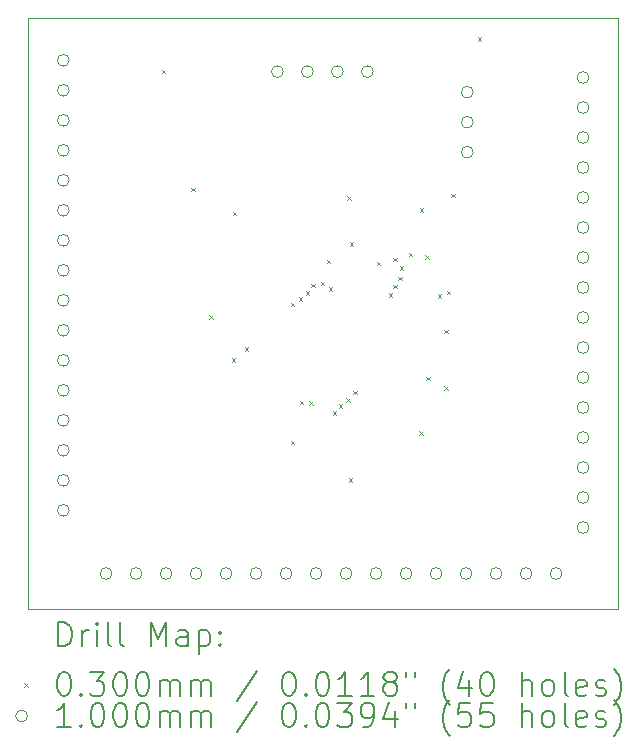
<source format=gbr>
%TF.GenerationSoftware,KiCad,Pcbnew,8.0.5*%
%TF.CreationDate,2024-11-24T11:50:24+01:00*%
%TF.ProjectId,stm32_template,73746d33-325f-4746-956d-706c6174652e,rev?*%
%TF.SameCoordinates,Original*%
%TF.FileFunction,Drillmap*%
%TF.FilePolarity,Positive*%
%FSLAX45Y45*%
G04 Gerber Fmt 4.5, Leading zero omitted, Abs format (unit mm)*
G04 Created by KiCad (PCBNEW 8.0.5) date 2024-11-24 11:50:24*
%MOMM*%
%LPD*%
G01*
G04 APERTURE LIST*
%ADD10C,0.050000*%
%ADD11C,0.200000*%
%ADD12C,0.100000*%
G04 APERTURE END LIST*
D10*
X5000000Y-5000000D02*
X10000000Y-5000000D01*
X10000000Y-10000000D01*
X5000000Y-10000000D01*
X5000000Y-5000000D01*
D11*
D12*
X6135000Y-5435000D02*
X6165000Y-5465000D01*
X6165000Y-5435000D02*
X6135000Y-5465000D01*
X6385000Y-6435000D02*
X6415000Y-6465000D01*
X6415000Y-6435000D02*
X6385000Y-6465000D01*
X6535000Y-7515000D02*
X6565000Y-7545000D01*
X6565000Y-7515000D02*
X6535000Y-7545000D01*
X6725000Y-7875000D02*
X6755000Y-7905000D01*
X6755000Y-7875000D02*
X6725000Y-7905000D01*
X6735000Y-6635000D02*
X6765000Y-6665000D01*
X6765000Y-6635000D02*
X6735000Y-6665000D01*
X6835000Y-7785000D02*
X6865000Y-7815000D01*
X6865000Y-7785000D02*
X6835000Y-7815000D01*
X7225000Y-8575000D02*
X7255000Y-8605000D01*
X7255000Y-8575000D02*
X7225000Y-8605000D01*
X7226884Y-7406676D02*
X7256884Y-7436676D01*
X7256884Y-7406676D02*
X7226884Y-7436676D01*
X7293704Y-7362686D02*
X7323704Y-7392686D01*
X7323704Y-7362686D02*
X7293704Y-7392686D01*
X7301227Y-8238653D02*
X7331227Y-8268653D01*
X7331227Y-8238653D02*
X7301227Y-8268653D01*
X7352297Y-7308216D02*
X7382297Y-7338216D01*
X7382297Y-7308216D02*
X7352297Y-7338216D01*
X7381133Y-8242543D02*
X7411133Y-8272543D01*
X7411133Y-8242543D02*
X7381133Y-8272543D01*
X7400571Y-7244423D02*
X7430571Y-7274423D01*
X7430571Y-7244423D02*
X7400571Y-7274423D01*
X7479399Y-7230776D02*
X7509399Y-7260776D01*
X7509399Y-7230776D02*
X7479399Y-7260776D01*
X7528750Y-7045000D02*
X7558750Y-7075000D01*
X7558750Y-7045000D02*
X7528750Y-7075000D01*
X7546323Y-7274607D02*
X7576323Y-7304607D01*
X7576323Y-7274607D02*
X7546323Y-7304607D01*
X7580684Y-8325785D02*
X7610684Y-8355785D01*
X7610684Y-8325785D02*
X7580684Y-8355785D01*
X7632801Y-8265090D02*
X7662801Y-8295090D01*
X7662801Y-8265090D02*
X7632801Y-8295090D01*
X7694446Y-8214100D02*
X7724446Y-8244100D01*
X7724446Y-8214100D02*
X7694446Y-8244100D01*
X7705000Y-6505000D02*
X7735000Y-6535000D01*
X7735000Y-6505000D02*
X7705000Y-6535000D01*
X7715000Y-8895000D02*
X7745000Y-8925000D01*
X7745000Y-8895000D02*
X7715000Y-8925000D01*
X7725000Y-6895000D02*
X7755000Y-6925000D01*
X7755000Y-6895000D02*
X7725000Y-6925000D01*
X7753024Y-8153371D02*
X7783024Y-8183371D01*
X7783024Y-8153371D02*
X7753024Y-8183371D01*
X7951863Y-7061863D02*
X7981863Y-7091863D01*
X7981863Y-7061863D02*
X7951863Y-7091863D01*
X8055000Y-7325000D02*
X8085000Y-7355000D01*
X8085000Y-7325000D02*
X8055000Y-7355000D01*
X8092573Y-7025000D02*
X8122573Y-7055000D01*
X8122573Y-7025000D02*
X8092573Y-7055000D01*
X8095000Y-7255000D02*
X8125000Y-7285000D01*
X8125000Y-7255000D02*
X8095000Y-7285000D01*
X8135000Y-7185718D02*
X8165000Y-7215718D01*
X8165000Y-7185718D02*
X8135000Y-7215718D01*
X8150000Y-7100000D02*
X8180000Y-7130000D01*
X8180000Y-7100000D02*
X8150000Y-7130000D01*
X8225000Y-6982426D02*
X8255000Y-7012426D01*
X8255000Y-6982426D02*
X8225000Y-7012426D01*
X8315000Y-8495000D02*
X8345000Y-8525000D01*
X8345000Y-8495000D02*
X8315000Y-8525000D01*
X8315827Y-6605000D02*
X8345827Y-6635000D01*
X8345827Y-6605000D02*
X8315827Y-6635000D01*
X8365000Y-7005000D02*
X8395000Y-7035000D01*
X8395000Y-7005000D02*
X8365000Y-7035000D01*
X8375000Y-8035000D02*
X8405000Y-8065000D01*
X8405000Y-8035000D02*
X8375000Y-8065000D01*
X8470235Y-7333464D02*
X8500235Y-7363464D01*
X8500235Y-7333464D02*
X8470235Y-7363464D01*
X8525000Y-7635000D02*
X8555000Y-7665000D01*
X8555000Y-7635000D02*
X8525000Y-7665000D01*
X8525000Y-8115000D02*
X8555000Y-8145000D01*
X8555000Y-8115000D02*
X8525000Y-8145000D01*
X8545000Y-7305000D02*
X8575000Y-7335000D01*
X8575000Y-7305000D02*
X8545000Y-7335000D01*
X8585000Y-6485000D02*
X8615000Y-6515000D01*
X8615000Y-6485000D02*
X8585000Y-6515000D01*
X8810000Y-5160000D02*
X8840000Y-5190000D01*
X8840000Y-5160000D02*
X8810000Y-5190000D01*
X5350000Y-5354316D02*
G75*
G02*
X5250000Y-5354316I-50000J0D01*
G01*
X5250000Y-5354316D02*
G75*
G02*
X5350000Y-5354316I50000J0D01*
G01*
X5350000Y-5608316D02*
G75*
G02*
X5250000Y-5608316I-50000J0D01*
G01*
X5250000Y-5608316D02*
G75*
G02*
X5350000Y-5608316I50000J0D01*
G01*
X5350000Y-5862316D02*
G75*
G02*
X5250000Y-5862316I-50000J0D01*
G01*
X5250000Y-5862316D02*
G75*
G02*
X5350000Y-5862316I50000J0D01*
G01*
X5350000Y-6116316D02*
G75*
G02*
X5250000Y-6116316I-50000J0D01*
G01*
X5250000Y-6116316D02*
G75*
G02*
X5350000Y-6116316I50000J0D01*
G01*
X5350000Y-6370316D02*
G75*
G02*
X5250000Y-6370316I-50000J0D01*
G01*
X5250000Y-6370316D02*
G75*
G02*
X5350000Y-6370316I50000J0D01*
G01*
X5350000Y-6624316D02*
G75*
G02*
X5250000Y-6624316I-50000J0D01*
G01*
X5250000Y-6624316D02*
G75*
G02*
X5350000Y-6624316I50000J0D01*
G01*
X5350000Y-6878316D02*
G75*
G02*
X5250000Y-6878316I-50000J0D01*
G01*
X5250000Y-6878316D02*
G75*
G02*
X5350000Y-6878316I50000J0D01*
G01*
X5350000Y-7132316D02*
G75*
G02*
X5250000Y-7132316I-50000J0D01*
G01*
X5250000Y-7132316D02*
G75*
G02*
X5350000Y-7132316I50000J0D01*
G01*
X5350000Y-7386316D02*
G75*
G02*
X5250000Y-7386316I-50000J0D01*
G01*
X5250000Y-7386316D02*
G75*
G02*
X5350000Y-7386316I50000J0D01*
G01*
X5350000Y-7640316D02*
G75*
G02*
X5250000Y-7640316I-50000J0D01*
G01*
X5250000Y-7640316D02*
G75*
G02*
X5350000Y-7640316I50000J0D01*
G01*
X5350000Y-7894316D02*
G75*
G02*
X5250000Y-7894316I-50000J0D01*
G01*
X5250000Y-7894316D02*
G75*
G02*
X5350000Y-7894316I50000J0D01*
G01*
X5350000Y-8148316D02*
G75*
G02*
X5250000Y-8148316I-50000J0D01*
G01*
X5250000Y-8148316D02*
G75*
G02*
X5350000Y-8148316I50000J0D01*
G01*
X5350000Y-8402316D02*
G75*
G02*
X5250000Y-8402316I-50000J0D01*
G01*
X5250000Y-8402316D02*
G75*
G02*
X5350000Y-8402316I50000J0D01*
G01*
X5350000Y-8656316D02*
G75*
G02*
X5250000Y-8656316I-50000J0D01*
G01*
X5250000Y-8656316D02*
G75*
G02*
X5350000Y-8656316I50000J0D01*
G01*
X5350000Y-8910316D02*
G75*
G02*
X5250000Y-8910316I-50000J0D01*
G01*
X5250000Y-8910316D02*
G75*
G02*
X5350000Y-8910316I50000J0D01*
G01*
X5350000Y-9164316D02*
G75*
G02*
X5250000Y-9164316I-50000J0D01*
G01*
X5250000Y-9164316D02*
G75*
G02*
X5350000Y-9164316I50000J0D01*
G01*
X5712000Y-9700000D02*
G75*
G02*
X5612000Y-9700000I-50000J0D01*
G01*
X5612000Y-9700000D02*
G75*
G02*
X5712000Y-9700000I50000J0D01*
G01*
X5966000Y-9700000D02*
G75*
G02*
X5866000Y-9700000I-50000J0D01*
G01*
X5866000Y-9700000D02*
G75*
G02*
X5966000Y-9700000I50000J0D01*
G01*
X6220000Y-9700000D02*
G75*
G02*
X6120000Y-9700000I-50000J0D01*
G01*
X6120000Y-9700000D02*
G75*
G02*
X6220000Y-9700000I50000J0D01*
G01*
X6474000Y-9700000D02*
G75*
G02*
X6374000Y-9700000I-50000J0D01*
G01*
X6374000Y-9700000D02*
G75*
G02*
X6474000Y-9700000I50000J0D01*
G01*
X6728000Y-9700000D02*
G75*
G02*
X6628000Y-9700000I-50000J0D01*
G01*
X6628000Y-9700000D02*
G75*
G02*
X6728000Y-9700000I50000J0D01*
G01*
X6982000Y-9700000D02*
G75*
G02*
X6882000Y-9700000I-50000J0D01*
G01*
X6882000Y-9700000D02*
G75*
G02*
X6982000Y-9700000I50000J0D01*
G01*
X7163000Y-5450000D02*
G75*
G02*
X7063000Y-5450000I-50000J0D01*
G01*
X7063000Y-5450000D02*
G75*
G02*
X7163000Y-5450000I50000J0D01*
G01*
X7236000Y-9700000D02*
G75*
G02*
X7136000Y-9700000I-50000J0D01*
G01*
X7136000Y-9700000D02*
G75*
G02*
X7236000Y-9700000I50000J0D01*
G01*
X7417000Y-5450000D02*
G75*
G02*
X7317000Y-5450000I-50000J0D01*
G01*
X7317000Y-5450000D02*
G75*
G02*
X7417000Y-5450000I50000J0D01*
G01*
X7490000Y-9700000D02*
G75*
G02*
X7390000Y-9700000I-50000J0D01*
G01*
X7390000Y-9700000D02*
G75*
G02*
X7490000Y-9700000I50000J0D01*
G01*
X7671000Y-5450000D02*
G75*
G02*
X7571000Y-5450000I-50000J0D01*
G01*
X7571000Y-5450000D02*
G75*
G02*
X7671000Y-5450000I50000J0D01*
G01*
X7744000Y-9700000D02*
G75*
G02*
X7644000Y-9700000I-50000J0D01*
G01*
X7644000Y-9700000D02*
G75*
G02*
X7744000Y-9700000I50000J0D01*
G01*
X7925000Y-5450000D02*
G75*
G02*
X7825000Y-5450000I-50000J0D01*
G01*
X7825000Y-5450000D02*
G75*
G02*
X7925000Y-5450000I50000J0D01*
G01*
X7998000Y-9700000D02*
G75*
G02*
X7898000Y-9700000I-50000J0D01*
G01*
X7898000Y-9700000D02*
G75*
G02*
X7998000Y-9700000I50000J0D01*
G01*
X8252000Y-9700000D02*
G75*
G02*
X8152000Y-9700000I-50000J0D01*
G01*
X8152000Y-9700000D02*
G75*
G02*
X8252000Y-9700000I50000J0D01*
G01*
X8506000Y-9700000D02*
G75*
G02*
X8406000Y-9700000I-50000J0D01*
G01*
X8406000Y-9700000D02*
G75*
G02*
X8506000Y-9700000I50000J0D01*
G01*
X8760000Y-9700000D02*
G75*
G02*
X8660000Y-9700000I-50000J0D01*
G01*
X8660000Y-9700000D02*
G75*
G02*
X8760000Y-9700000I50000J0D01*
G01*
X8770000Y-5624500D02*
G75*
G02*
X8670000Y-5624500I-50000J0D01*
G01*
X8670000Y-5624500D02*
G75*
G02*
X8770000Y-5624500I50000J0D01*
G01*
X8770000Y-5878500D02*
G75*
G02*
X8670000Y-5878500I-50000J0D01*
G01*
X8670000Y-5878500D02*
G75*
G02*
X8770000Y-5878500I50000J0D01*
G01*
X8770000Y-6132500D02*
G75*
G02*
X8670000Y-6132500I-50000J0D01*
G01*
X8670000Y-6132500D02*
G75*
G02*
X8770000Y-6132500I50000J0D01*
G01*
X9014000Y-9700000D02*
G75*
G02*
X8914000Y-9700000I-50000J0D01*
G01*
X8914000Y-9700000D02*
G75*
G02*
X9014000Y-9700000I50000J0D01*
G01*
X9268000Y-9700000D02*
G75*
G02*
X9168000Y-9700000I-50000J0D01*
G01*
X9168000Y-9700000D02*
G75*
G02*
X9268000Y-9700000I50000J0D01*
G01*
X9522000Y-9700000D02*
G75*
G02*
X9422000Y-9700000I-50000J0D01*
G01*
X9422000Y-9700000D02*
G75*
G02*
X9522000Y-9700000I50000J0D01*
G01*
X9750000Y-5500000D02*
G75*
G02*
X9650000Y-5500000I-50000J0D01*
G01*
X9650000Y-5500000D02*
G75*
G02*
X9750000Y-5500000I50000J0D01*
G01*
X9750000Y-5754000D02*
G75*
G02*
X9650000Y-5754000I-50000J0D01*
G01*
X9650000Y-5754000D02*
G75*
G02*
X9750000Y-5754000I50000J0D01*
G01*
X9750000Y-6008000D02*
G75*
G02*
X9650000Y-6008000I-50000J0D01*
G01*
X9650000Y-6008000D02*
G75*
G02*
X9750000Y-6008000I50000J0D01*
G01*
X9750000Y-6262000D02*
G75*
G02*
X9650000Y-6262000I-50000J0D01*
G01*
X9650000Y-6262000D02*
G75*
G02*
X9750000Y-6262000I50000J0D01*
G01*
X9750000Y-6516000D02*
G75*
G02*
X9650000Y-6516000I-50000J0D01*
G01*
X9650000Y-6516000D02*
G75*
G02*
X9750000Y-6516000I50000J0D01*
G01*
X9750000Y-6770000D02*
G75*
G02*
X9650000Y-6770000I-50000J0D01*
G01*
X9650000Y-6770000D02*
G75*
G02*
X9750000Y-6770000I50000J0D01*
G01*
X9750000Y-7024000D02*
G75*
G02*
X9650000Y-7024000I-50000J0D01*
G01*
X9650000Y-7024000D02*
G75*
G02*
X9750000Y-7024000I50000J0D01*
G01*
X9750000Y-7278000D02*
G75*
G02*
X9650000Y-7278000I-50000J0D01*
G01*
X9650000Y-7278000D02*
G75*
G02*
X9750000Y-7278000I50000J0D01*
G01*
X9750000Y-7532000D02*
G75*
G02*
X9650000Y-7532000I-50000J0D01*
G01*
X9650000Y-7532000D02*
G75*
G02*
X9750000Y-7532000I50000J0D01*
G01*
X9750000Y-7786000D02*
G75*
G02*
X9650000Y-7786000I-50000J0D01*
G01*
X9650000Y-7786000D02*
G75*
G02*
X9750000Y-7786000I50000J0D01*
G01*
X9750000Y-8040000D02*
G75*
G02*
X9650000Y-8040000I-50000J0D01*
G01*
X9650000Y-8040000D02*
G75*
G02*
X9750000Y-8040000I50000J0D01*
G01*
X9750000Y-8294000D02*
G75*
G02*
X9650000Y-8294000I-50000J0D01*
G01*
X9650000Y-8294000D02*
G75*
G02*
X9750000Y-8294000I50000J0D01*
G01*
X9750000Y-8548000D02*
G75*
G02*
X9650000Y-8548000I-50000J0D01*
G01*
X9650000Y-8548000D02*
G75*
G02*
X9750000Y-8548000I50000J0D01*
G01*
X9750000Y-8802000D02*
G75*
G02*
X9650000Y-8802000I-50000J0D01*
G01*
X9650000Y-8802000D02*
G75*
G02*
X9750000Y-8802000I50000J0D01*
G01*
X9750000Y-9056000D02*
G75*
G02*
X9650000Y-9056000I-50000J0D01*
G01*
X9650000Y-9056000D02*
G75*
G02*
X9750000Y-9056000I50000J0D01*
G01*
X9750000Y-9310000D02*
G75*
G02*
X9650000Y-9310000I-50000J0D01*
G01*
X9650000Y-9310000D02*
G75*
G02*
X9750000Y-9310000I50000J0D01*
G01*
D11*
X5258277Y-10313984D02*
X5258277Y-10113984D01*
X5258277Y-10113984D02*
X5305896Y-10113984D01*
X5305896Y-10113984D02*
X5334467Y-10123508D01*
X5334467Y-10123508D02*
X5353515Y-10142555D01*
X5353515Y-10142555D02*
X5363039Y-10161603D01*
X5363039Y-10161603D02*
X5372563Y-10199698D01*
X5372563Y-10199698D02*
X5372563Y-10228270D01*
X5372563Y-10228270D02*
X5363039Y-10266365D01*
X5363039Y-10266365D02*
X5353515Y-10285412D01*
X5353515Y-10285412D02*
X5334467Y-10304460D01*
X5334467Y-10304460D02*
X5305896Y-10313984D01*
X5305896Y-10313984D02*
X5258277Y-10313984D01*
X5458277Y-10313984D02*
X5458277Y-10180650D01*
X5458277Y-10218746D02*
X5467801Y-10199698D01*
X5467801Y-10199698D02*
X5477324Y-10190174D01*
X5477324Y-10190174D02*
X5496372Y-10180650D01*
X5496372Y-10180650D02*
X5515420Y-10180650D01*
X5582086Y-10313984D02*
X5582086Y-10180650D01*
X5582086Y-10113984D02*
X5572563Y-10123508D01*
X5572563Y-10123508D02*
X5582086Y-10133031D01*
X5582086Y-10133031D02*
X5591610Y-10123508D01*
X5591610Y-10123508D02*
X5582086Y-10113984D01*
X5582086Y-10113984D02*
X5582086Y-10133031D01*
X5705896Y-10313984D02*
X5686848Y-10304460D01*
X5686848Y-10304460D02*
X5677324Y-10285412D01*
X5677324Y-10285412D02*
X5677324Y-10113984D01*
X5810658Y-10313984D02*
X5791610Y-10304460D01*
X5791610Y-10304460D02*
X5782086Y-10285412D01*
X5782086Y-10285412D02*
X5782086Y-10113984D01*
X6039229Y-10313984D02*
X6039229Y-10113984D01*
X6039229Y-10113984D02*
X6105896Y-10256841D01*
X6105896Y-10256841D02*
X6172562Y-10113984D01*
X6172562Y-10113984D02*
X6172562Y-10313984D01*
X6353515Y-10313984D02*
X6353515Y-10209222D01*
X6353515Y-10209222D02*
X6343991Y-10190174D01*
X6343991Y-10190174D02*
X6324943Y-10180650D01*
X6324943Y-10180650D02*
X6286848Y-10180650D01*
X6286848Y-10180650D02*
X6267801Y-10190174D01*
X6353515Y-10304460D02*
X6334467Y-10313984D01*
X6334467Y-10313984D02*
X6286848Y-10313984D01*
X6286848Y-10313984D02*
X6267801Y-10304460D01*
X6267801Y-10304460D02*
X6258277Y-10285412D01*
X6258277Y-10285412D02*
X6258277Y-10266365D01*
X6258277Y-10266365D02*
X6267801Y-10247317D01*
X6267801Y-10247317D02*
X6286848Y-10237793D01*
X6286848Y-10237793D02*
X6334467Y-10237793D01*
X6334467Y-10237793D02*
X6353515Y-10228270D01*
X6448753Y-10180650D02*
X6448753Y-10380650D01*
X6448753Y-10190174D02*
X6467801Y-10180650D01*
X6467801Y-10180650D02*
X6505896Y-10180650D01*
X6505896Y-10180650D02*
X6524943Y-10190174D01*
X6524943Y-10190174D02*
X6534467Y-10199698D01*
X6534467Y-10199698D02*
X6543991Y-10218746D01*
X6543991Y-10218746D02*
X6543991Y-10275889D01*
X6543991Y-10275889D02*
X6534467Y-10294936D01*
X6534467Y-10294936D02*
X6524943Y-10304460D01*
X6524943Y-10304460D02*
X6505896Y-10313984D01*
X6505896Y-10313984D02*
X6467801Y-10313984D01*
X6467801Y-10313984D02*
X6448753Y-10304460D01*
X6629705Y-10294936D02*
X6639229Y-10304460D01*
X6639229Y-10304460D02*
X6629705Y-10313984D01*
X6629705Y-10313984D02*
X6620182Y-10304460D01*
X6620182Y-10304460D02*
X6629705Y-10294936D01*
X6629705Y-10294936D02*
X6629705Y-10313984D01*
X6629705Y-10190174D02*
X6639229Y-10199698D01*
X6639229Y-10199698D02*
X6629705Y-10209222D01*
X6629705Y-10209222D02*
X6620182Y-10199698D01*
X6620182Y-10199698D02*
X6629705Y-10190174D01*
X6629705Y-10190174D02*
X6629705Y-10209222D01*
D12*
X4967500Y-10627500D02*
X4997500Y-10657500D01*
X4997500Y-10627500D02*
X4967500Y-10657500D01*
D11*
X5296372Y-10533984D02*
X5315420Y-10533984D01*
X5315420Y-10533984D02*
X5334467Y-10543508D01*
X5334467Y-10543508D02*
X5343991Y-10553031D01*
X5343991Y-10553031D02*
X5353515Y-10572079D01*
X5353515Y-10572079D02*
X5363039Y-10610174D01*
X5363039Y-10610174D02*
X5363039Y-10657793D01*
X5363039Y-10657793D02*
X5353515Y-10695889D01*
X5353515Y-10695889D02*
X5343991Y-10714936D01*
X5343991Y-10714936D02*
X5334467Y-10724460D01*
X5334467Y-10724460D02*
X5315420Y-10733984D01*
X5315420Y-10733984D02*
X5296372Y-10733984D01*
X5296372Y-10733984D02*
X5277324Y-10724460D01*
X5277324Y-10724460D02*
X5267801Y-10714936D01*
X5267801Y-10714936D02*
X5258277Y-10695889D01*
X5258277Y-10695889D02*
X5248753Y-10657793D01*
X5248753Y-10657793D02*
X5248753Y-10610174D01*
X5248753Y-10610174D02*
X5258277Y-10572079D01*
X5258277Y-10572079D02*
X5267801Y-10553031D01*
X5267801Y-10553031D02*
X5277324Y-10543508D01*
X5277324Y-10543508D02*
X5296372Y-10533984D01*
X5448753Y-10714936D02*
X5458277Y-10724460D01*
X5458277Y-10724460D02*
X5448753Y-10733984D01*
X5448753Y-10733984D02*
X5439229Y-10724460D01*
X5439229Y-10724460D02*
X5448753Y-10714936D01*
X5448753Y-10714936D02*
X5448753Y-10733984D01*
X5524944Y-10533984D02*
X5648753Y-10533984D01*
X5648753Y-10533984D02*
X5582086Y-10610174D01*
X5582086Y-10610174D02*
X5610658Y-10610174D01*
X5610658Y-10610174D02*
X5629705Y-10619698D01*
X5629705Y-10619698D02*
X5639229Y-10629222D01*
X5639229Y-10629222D02*
X5648753Y-10648270D01*
X5648753Y-10648270D02*
X5648753Y-10695889D01*
X5648753Y-10695889D02*
X5639229Y-10714936D01*
X5639229Y-10714936D02*
X5629705Y-10724460D01*
X5629705Y-10724460D02*
X5610658Y-10733984D01*
X5610658Y-10733984D02*
X5553515Y-10733984D01*
X5553515Y-10733984D02*
X5534467Y-10724460D01*
X5534467Y-10724460D02*
X5524944Y-10714936D01*
X5772562Y-10533984D02*
X5791610Y-10533984D01*
X5791610Y-10533984D02*
X5810658Y-10543508D01*
X5810658Y-10543508D02*
X5820182Y-10553031D01*
X5820182Y-10553031D02*
X5829705Y-10572079D01*
X5829705Y-10572079D02*
X5839229Y-10610174D01*
X5839229Y-10610174D02*
X5839229Y-10657793D01*
X5839229Y-10657793D02*
X5829705Y-10695889D01*
X5829705Y-10695889D02*
X5820182Y-10714936D01*
X5820182Y-10714936D02*
X5810658Y-10724460D01*
X5810658Y-10724460D02*
X5791610Y-10733984D01*
X5791610Y-10733984D02*
X5772562Y-10733984D01*
X5772562Y-10733984D02*
X5753515Y-10724460D01*
X5753515Y-10724460D02*
X5743991Y-10714936D01*
X5743991Y-10714936D02*
X5734467Y-10695889D01*
X5734467Y-10695889D02*
X5724943Y-10657793D01*
X5724943Y-10657793D02*
X5724943Y-10610174D01*
X5724943Y-10610174D02*
X5734467Y-10572079D01*
X5734467Y-10572079D02*
X5743991Y-10553031D01*
X5743991Y-10553031D02*
X5753515Y-10543508D01*
X5753515Y-10543508D02*
X5772562Y-10533984D01*
X5963039Y-10533984D02*
X5982086Y-10533984D01*
X5982086Y-10533984D02*
X6001134Y-10543508D01*
X6001134Y-10543508D02*
X6010658Y-10553031D01*
X6010658Y-10553031D02*
X6020182Y-10572079D01*
X6020182Y-10572079D02*
X6029705Y-10610174D01*
X6029705Y-10610174D02*
X6029705Y-10657793D01*
X6029705Y-10657793D02*
X6020182Y-10695889D01*
X6020182Y-10695889D02*
X6010658Y-10714936D01*
X6010658Y-10714936D02*
X6001134Y-10724460D01*
X6001134Y-10724460D02*
X5982086Y-10733984D01*
X5982086Y-10733984D02*
X5963039Y-10733984D01*
X5963039Y-10733984D02*
X5943991Y-10724460D01*
X5943991Y-10724460D02*
X5934467Y-10714936D01*
X5934467Y-10714936D02*
X5924943Y-10695889D01*
X5924943Y-10695889D02*
X5915420Y-10657793D01*
X5915420Y-10657793D02*
X5915420Y-10610174D01*
X5915420Y-10610174D02*
X5924943Y-10572079D01*
X5924943Y-10572079D02*
X5934467Y-10553031D01*
X5934467Y-10553031D02*
X5943991Y-10543508D01*
X5943991Y-10543508D02*
X5963039Y-10533984D01*
X6115420Y-10733984D02*
X6115420Y-10600650D01*
X6115420Y-10619698D02*
X6124943Y-10610174D01*
X6124943Y-10610174D02*
X6143991Y-10600650D01*
X6143991Y-10600650D02*
X6172563Y-10600650D01*
X6172563Y-10600650D02*
X6191610Y-10610174D01*
X6191610Y-10610174D02*
X6201134Y-10629222D01*
X6201134Y-10629222D02*
X6201134Y-10733984D01*
X6201134Y-10629222D02*
X6210658Y-10610174D01*
X6210658Y-10610174D02*
X6229705Y-10600650D01*
X6229705Y-10600650D02*
X6258277Y-10600650D01*
X6258277Y-10600650D02*
X6277324Y-10610174D01*
X6277324Y-10610174D02*
X6286848Y-10629222D01*
X6286848Y-10629222D02*
X6286848Y-10733984D01*
X6382086Y-10733984D02*
X6382086Y-10600650D01*
X6382086Y-10619698D02*
X6391610Y-10610174D01*
X6391610Y-10610174D02*
X6410658Y-10600650D01*
X6410658Y-10600650D02*
X6439229Y-10600650D01*
X6439229Y-10600650D02*
X6458277Y-10610174D01*
X6458277Y-10610174D02*
X6467801Y-10629222D01*
X6467801Y-10629222D02*
X6467801Y-10733984D01*
X6467801Y-10629222D02*
X6477324Y-10610174D01*
X6477324Y-10610174D02*
X6496372Y-10600650D01*
X6496372Y-10600650D02*
X6524943Y-10600650D01*
X6524943Y-10600650D02*
X6543991Y-10610174D01*
X6543991Y-10610174D02*
X6553515Y-10629222D01*
X6553515Y-10629222D02*
X6553515Y-10733984D01*
X6943991Y-10524460D02*
X6772563Y-10781603D01*
X7201134Y-10533984D02*
X7220182Y-10533984D01*
X7220182Y-10533984D02*
X7239229Y-10543508D01*
X7239229Y-10543508D02*
X7248753Y-10553031D01*
X7248753Y-10553031D02*
X7258277Y-10572079D01*
X7258277Y-10572079D02*
X7267801Y-10610174D01*
X7267801Y-10610174D02*
X7267801Y-10657793D01*
X7267801Y-10657793D02*
X7258277Y-10695889D01*
X7258277Y-10695889D02*
X7248753Y-10714936D01*
X7248753Y-10714936D02*
X7239229Y-10724460D01*
X7239229Y-10724460D02*
X7220182Y-10733984D01*
X7220182Y-10733984D02*
X7201134Y-10733984D01*
X7201134Y-10733984D02*
X7182086Y-10724460D01*
X7182086Y-10724460D02*
X7172563Y-10714936D01*
X7172563Y-10714936D02*
X7163039Y-10695889D01*
X7163039Y-10695889D02*
X7153515Y-10657793D01*
X7153515Y-10657793D02*
X7153515Y-10610174D01*
X7153515Y-10610174D02*
X7163039Y-10572079D01*
X7163039Y-10572079D02*
X7172563Y-10553031D01*
X7172563Y-10553031D02*
X7182086Y-10543508D01*
X7182086Y-10543508D02*
X7201134Y-10533984D01*
X7353515Y-10714936D02*
X7363039Y-10724460D01*
X7363039Y-10724460D02*
X7353515Y-10733984D01*
X7353515Y-10733984D02*
X7343991Y-10724460D01*
X7343991Y-10724460D02*
X7353515Y-10714936D01*
X7353515Y-10714936D02*
X7353515Y-10733984D01*
X7486848Y-10533984D02*
X7505896Y-10533984D01*
X7505896Y-10533984D02*
X7524944Y-10543508D01*
X7524944Y-10543508D02*
X7534467Y-10553031D01*
X7534467Y-10553031D02*
X7543991Y-10572079D01*
X7543991Y-10572079D02*
X7553515Y-10610174D01*
X7553515Y-10610174D02*
X7553515Y-10657793D01*
X7553515Y-10657793D02*
X7543991Y-10695889D01*
X7543991Y-10695889D02*
X7534467Y-10714936D01*
X7534467Y-10714936D02*
X7524944Y-10724460D01*
X7524944Y-10724460D02*
X7505896Y-10733984D01*
X7505896Y-10733984D02*
X7486848Y-10733984D01*
X7486848Y-10733984D02*
X7467801Y-10724460D01*
X7467801Y-10724460D02*
X7458277Y-10714936D01*
X7458277Y-10714936D02*
X7448753Y-10695889D01*
X7448753Y-10695889D02*
X7439229Y-10657793D01*
X7439229Y-10657793D02*
X7439229Y-10610174D01*
X7439229Y-10610174D02*
X7448753Y-10572079D01*
X7448753Y-10572079D02*
X7458277Y-10553031D01*
X7458277Y-10553031D02*
X7467801Y-10543508D01*
X7467801Y-10543508D02*
X7486848Y-10533984D01*
X7743991Y-10733984D02*
X7629706Y-10733984D01*
X7686848Y-10733984D02*
X7686848Y-10533984D01*
X7686848Y-10533984D02*
X7667801Y-10562555D01*
X7667801Y-10562555D02*
X7648753Y-10581603D01*
X7648753Y-10581603D02*
X7629706Y-10591127D01*
X7934467Y-10733984D02*
X7820182Y-10733984D01*
X7877325Y-10733984D02*
X7877325Y-10533984D01*
X7877325Y-10533984D02*
X7858277Y-10562555D01*
X7858277Y-10562555D02*
X7839229Y-10581603D01*
X7839229Y-10581603D02*
X7820182Y-10591127D01*
X8048753Y-10619698D02*
X8029706Y-10610174D01*
X8029706Y-10610174D02*
X8020182Y-10600650D01*
X8020182Y-10600650D02*
X8010658Y-10581603D01*
X8010658Y-10581603D02*
X8010658Y-10572079D01*
X8010658Y-10572079D02*
X8020182Y-10553031D01*
X8020182Y-10553031D02*
X8029706Y-10543508D01*
X8029706Y-10543508D02*
X8048753Y-10533984D01*
X8048753Y-10533984D02*
X8086848Y-10533984D01*
X8086848Y-10533984D02*
X8105896Y-10543508D01*
X8105896Y-10543508D02*
X8115420Y-10553031D01*
X8115420Y-10553031D02*
X8124944Y-10572079D01*
X8124944Y-10572079D02*
X8124944Y-10581603D01*
X8124944Y-10581603D02*
X8115420Y-10600650D01*
X8115420Y-10600650D02*
X8105896Y-10610174D01*
X8105896Y-10610174D02*
X8086848Y-10619698D01*
X8086848Y-10619698D02*
X8048753Y-10619698D01*
X8048753Y-10619698D02*
X8029706Y-10629222D01*
X8029706Y-10629222D02*
X8020182Y-10638746D01*
X8020182Y-10638746D02*
X8010658Y-10657793D01*
X8010658Y-10657793D02*
X8010658Y-10695889D01*
X8010658Y-10695889D02*
X8020182Y-10714936D01*
X8020182Y-10714936D02*
X8029706Y-10724460D01*
X8029706Y-10724460D02*
X8048753Y-10733984D01*
X8048753Y-10733984D02*
X8086848Y-10733984D01*
X8086848Y-10733984D02*
X8105896Y-10724460D01*
X8105896Y-10724460D02*
X8115420Y-10714936D01*
X8115420Y-10714936D02*
X8124944Y-10695889D01*
X8124944Y-10695889D02*
X8124944Y-10657793D01*
X8124944Y-10657793D02*
X8115420Y-10638746D01*
X8115420Y-10638746D02*
X8105896Y-10629222D01*
X8105896Y-10629222D02*
X8086848Y-10619698D01*
X8201134Y-10533984D02*
X8201134Y-10572079D01*
X8277325Y-10533984D02*
X8277325Y-10572079D01*
X8572563Y-10810174D02*
X8563039Y-10800650D01*
X8563039Y-10800650D02*
X8543991Y-10772079D01*
X8543991Y-10772079D02*
X8534468Y-10753031D01*
X8534468Y-10753031D02*
X8524944Y-10724460D01*
X8524944Y-10724460D02*
X8515420Y-10676841D01*
X8515420Y-10676841D02*
X8515420Y-10638746D01*
X8515420Y-10638746D02*
X8524944Y-10591127D01*
X8524944Y-10591127D02*
X8534468Y-10562555D01*
X8534468Y-10562555D02*
X8543991Y-10543508D01*
X8543991Y-10543508D02*
X8563039Y-10514936D01*
X8563039Y-10514936D02*
X8572563Y-10505412D01*
X8734468Y-10600650D02*
X8734468Y-10733984D01*
X8686849Y-10524460D02*
X8639230Y-10667317D01*
X8639230Y-10667317D02*
X8763039Y-10667317D01*
X8877325Y-10533984D02*
X8896372Y-10533984D01*
X8896372Y-10533984D02*
X8915420Y-10543508D01*
X8915420Y-10543508D02*
X8924944Y-10553031D01*
X8924944Y-10553031D02*
X8934468Y-10572079D01*
X8934468Y-10572079D02*
X8943991Y-10610174D01*
X8943991Y-10610174D02*
X8943991Y-10657793D01*
X8943991Y-10657793D02*
X8934468Y-10695889D01*
X8934468Y-10695889D02*
X8924944Y-10714936D01*
X8924944Y-10714936D02*
X8915420Y-10724460D01*
X8915420Y-10724460D02*
X8896372Y-10733984D01*
X8896372Y-10733984D02*
X8877325Y-10733984D01*
X8877325Y-10733984D02*
X8858277Y-10724460D01*
X8858277Y-10724460D02*
X8848753Y-10714936D01*
X8848753Y-10714936D02*
X8839230Y-10695889D01*
X8839230Y-10695889D02*
X8829706Y-10657793D01*
X8829706Y-10657793D02*
X8829706Y-10610174D01*
X8829706Y-10610174D02*
X8839230Y-10572079D01*
X8839230Y-10572079D02*
X8848753Y-10553031D01*
X8848753Y-10553031D02*
X8858277Y-10543508D01*
X8858277Y-10543508D02*
X8877325Y-10533984D01*
X9182087Y-10733984D02*
X9182087Y-10533984D01*
X9267801Y-10733984D02*
X9267801Y-10629222D01*
X9267801Y-10629222D02*
X9258277Y-10610174D01*
X9258277Y-10610174D02*
X9239230Y-10600650D01*
X9239230Y-10600650D02*
X9210658Y-10600650D01*
X9210658Y-10600650D02*
X9191611Y-10610174D01*
X9191611Y-10610174D02*
X9182087Y-10619698D01*
X9391611Y-10733984D02*
X9372563Y-10724460D01*
X9372563Y-10724460D02*
X9363039Y-10714936D01*
X9363039Y-10714936D02*
X9353515Y-10695889D01*
X9353515Y-10695889D02*
X9353515Y-10638746D01*
X9353515Y-10638746D02*
X9363039Y-10619698D01*
X9363039Y-10619698D02*
X9372563Y-10610174D01*
X9372563Y-10610174D02*
X9391611Y-10600650D01*
X9391611Y-10600650D02*
X9420182Y-10600650D01*
X9420182Y-10600650D02*
X9439230Y-10610174D01*
X9439230Y-10610174D02*
X9448753Y-10619698D01*
X9448753Y-10619698D02*
X9458277Y-10638746D01*
X9458277Y-10638746D02*
X9458277Y-10695889D01*
X9458277Y-10695889D02*
X9448753Y-10714936D01*
X9448753Y-10714936D02*
X9439230Y-10724460D01*
X9439230Y-10724460D02*
X9420182Y-10733984D01*
X9420182Y-10733984D02*
X9391611Y-10733984D01*
X9572563Y-10733984D02*
X9553515Y-10724460D01*
X9553515Y-10724460D02*
X9543992Y-10705412D01*
X9543992Y-10705412D02*
X9543992Y-10533984D01*
X9724944Y-10724460D02*
X9705896Y-10733984D01*
X9705896Y-10733984D02*
X9667801Y-10733984D01*
X9667801Y-10733984D02*
X9648753Y-10724460D01*
X9648753Y-10724460D02*
X9639230Y-10705412D01*
X9639230Y-10705412D02*
X9639230Y-10629222D01*
X9639230Y-10629222D02*
X9648753Y-10610174D01*
X9648753Y-10610174D02*
X9667801Y-10600650D01*
X9667801Y-10600650D02*
X9705896Y-10600650D01*
X9705896Y-10600650D02*
X9724944Y-10610174D01*
X9724944Y-10610174D02*
X9734468Y-10629222D01*
X9734468Y-10629222D02*
X9734468Y-10648270D01*
X9734468Y-10648270D02*
X9639230Y-10667317D01*
X9810658Y-10724460D02*
X9829706Y-10733984D01*
X9829706Y-10733984D02*
X9867801Y-10733984D01*
X9867801Y-10733984D02*
X9886849Y-10724460D01*
X9886849Y-10724460D02*
X9896373Y-10705412D01*
X9896373Y-10705412D02*
X9896373Y-10695889D01*
X9896373Y-10695889D02*
X9886849Y-10676841D01*
X9886849Y-10676841D02*
X9867801Y-10667317D01*
X9867801Y-10667317D02*
X9839230Y-10667317D01*
X9839230Y-10667317D02*
X9820182Y-10657793D01*
X9820182Y-10657793D02*
X9810658Y-10638746D01*
X9810658Y-10638746D02*
X9810658Y-10629222D01*
X9810658Y-10629222D02*
X9820182Y-10610174D01*
X9820182Y-10610174D02*
X9839230Y-10600650D01*
X9839230Y-10600650D02*
X9867801Y-10600650D01*
X9867801Y-10600650D02*
X9886849Y-10610174D01*
X9963039Y-10810174D02*
X9972563Y-10800650D01*
X9972563Y-10800650D02*
X9991611Y-10772079D01*
X9991611Y-10772079D02*
X10001134Y-10753031D01*
X10001134Y-10753031D02*
X10010658Y-10724460D01*
X10010658Y-10724460D02*
X10020182Y-10676841D01*
X10020182Y-10676841D02*
X10020182Y-10638746D01*
X10020182Y-10638746D02*
X10010658Y-10591127D01*
X10010658Y-10591127D02*
X10001134Y-10562555D01*
X10001134Y-10562555D02*
X9991611Y-10543508D01*
X9991611Y-10543508D02*
X9972563Y-10514936D01*
X9972563Y-10514936D02*
X9963039Y-10505412D01*
D12*
X4997500Y-10906500D02*
G75*
G02*
X4897500Y-10906500I-50000J0D01*
G01*
X4897500Y-10906500D02*
G75*
G02*
X4997500Y-10906500I50000J0D01*
G01*
D11*
X5363039Y-10997984D02*
X5248753Y-10997984D01*
X5305896Y-10997984D02*
X5305896Y-10797984D01*
X5305896Y-10797984D02*
X5286848Y-10826555D01*
X5286848Y-10826555D02*
X5267801Y-10845603D01*
X5267801Y-10845603D02*
X5248753Y-10855127D01*
X5448753Y-10978936D02*
X5458277Y-10988460D01*
X5458277Y-10988460D02*
X5448753Y-10997984D01*
X5448753Y-10997984D02*
X5439229Y-10988460D01*
X5439229Y-10988460D02*
X5448753Y-10978936D01*
X5448753Y-10978936D02*
X5448753Y-10997984D01*
X5582086Y-10797984D02*
X5601134Y-10797984D01*
X5601134Y-10797984D02*
X5620182Y-10807508D01*
X5620182Y-10807508D02*
X5629705Y-10817031D01*
X5629705Y-10817031D02*
X5639229Y-10836079D01*
X5639229Y-10836079D02*
X5648753Y-10874174D01*
X5648753Y-10874174D02*
X5648753Y-10921793D01*
X5648753Y-10921793D02*
X5639229Y-10959889D01*
X5639229Y-10959889D02*
X5629705Y-10978936D01*
X5629705Y-10978936D02*
X5620182Y-10988460D01*
X5620182Y-10988460D02*
X5601134Y-10997984D01*
X5601134Y-10997984D02*
X5582086Y-10997984D01*
X5582086Y-10997984D02*
X5563039Y-10988460D01*
X5563039Y-10988460D02*
X5553515Y-10978936D01*
X5553515Y-10978936D02*
X5543991Y-10959889D01*
X5543991Y-10959889D02*
X5534467Y-10921793D01*
X5534467Y-10921793D02*
X5534467Y-10874174D01*
X5534467Y-10874174D02*
X5543991Y-10836079D01*
X5543991Y-10836079D02*
X5553515Y-10817031D01*
X5553515Y-10817031D02*
X5563039Y-10807508D01*
X5563039Y-10807508D02*
X5582086Y-10797984D01*
X5772562Y-10797984D02*
X5791610Y-10797984D01*
X5791610Y-10797984D02*
X5810658Y-10807508D01*
X5810658Y-10807508D02*
X5820182Y-10817031D01*
X5820182Y-10817031D02*
X5829705Y-10836079D01*
X5829705Y-10836079D02*
X5839229Y-10874174D01*
X5839229Y-10874174D02*
X5839229Y-10921793D01*
X5839229Y-10921793D02*
X5829705Y-10959889D01*
X5829705Y-10959889D02*
X5820182Y-10978936D01*
X5820182Y-10978936D02*
X5810658Y-10988460D01*
X5810658Y-10988460D02*
X5791610Y-10997984D01*
X5791610Y-10997984D02*
X5772562Y-10997984D01*
X5772562Y-10997984D02*
X5753515Y-10988460D01*
X5753515Y-10988460D02*
X5743991Y-10978936D01*
X5743991Y-10978936D02*
X5734467Y-10959889D01*
X5734467Y-10959889D02*
X5724943Y-10921793D01*
X5724943Y-10921793D02*
X5724943Y-10874174D01*
X5724943Y-10874174D02*
X5734467Y-10836079D01*
X5734467Y-10836079D02*
X5743991Y-10817031D01*
X5743991Y-10817031D02*
X5753515Y-10807508D01*
X5753515Y-10807508D02*
X5772562Y-10797984D01*
X5963039Y-10797984D02*
X5982086Y-10797984D01*
X5982086Y-10797984D02*
X6001134Y-10807508D01*
X6001134Y-10807508D02*
X6010658Y-10817031D01*
X6010658Y-10817031D02*
X6020182Y-10836079D01*
X6020182Y-10836079D02*
X6029705Y-10874174D01*
X6029705Y-10874174D02*
X6029705Y-10921793D01*
X6029705Y-10921793D02*
X6020182Y-10959889D01*
X6020182Y-10959889D02*
X6010658Y-10978936D01*
X6010658Y-10978936D02*
X6001134Y-10988460D01*
X6001134Y-10988460D02*
X5982086Y-10997984D01*
X5982086Y-10997984D02*
X5963039Y-10997984D01*
X5963039Y-10997984D02*
X5943991Y-10988460D01*
X5943991Y-10988460D02*
X5934467Y-10978936D01*
X5934467Y-10978936D02*
X5924943Y-10959889D01*
X5924943Y-10959889D02*
X5915420Y-10921793D01*
X5915420Y-10921793D02*
X5915420Y-10874174D01*
X5915420Y-10874174D02*
X5924943Y-10836079D01*
X5924943Y-10836079D02*
X5934467Y-10817031D01*
X5934467Y-10817031D02*
X5943991Y-10807508D01*
X5943991Y-10807508D02*
X5963039Y-10797984D01*
X6115420Y-10997984D02*
X6115420Y-10864650D01*
X6115420Y-10883698D02*
X6124943Y-10874174D01*
X6124943Y-10874174D02*
X6143991Y-10864650D01*
X6143991Y-10864650D02*
X6172563Y-10864650D01*
X6172563Y-10864650D02*
X6191610Y-10874174D01*
X6191610Y-10874174D02*
X6201134Y-10893222D01*
X6201134Y-10893222D02*
X6201134Y-10997984D01*
X6201134Y-10893222D02*
X6210658Y-10874174D01*
X6210658Y-10874174D02*
X6229705Y-10864650D01*
X6229705Y-10864650D02*
X6258277Y-10864650D01*
X6258277Y-10864650D02*
X6277324Y-10874174D01*
X6277324Y-10874174D02*
X6286848Y-10893222D01*
X6286848Y-10893222D02*
X6286848Y-10997984D01*
X6382086Y-10997984D02*
X6382086Y-10864650D01*
X6382086Y-10883698D02*
X6391610Y-10874174D01*
X6391610Y-10874174D02*
X6410658Y-10864650D01*
X6410658Y-10864650D02*
X6439229Y-10864650D01*
X6439229Y-10864650D02*
X6458277Y-10874174D01*
X6458277Y-10874174D02*
X6467801Y-10893222D01*
X6467801Y-10893222D02*
X6467801Y-10997984D01*
X6467801Y-10893222D02*
X6477324Y-10874174D01*
X6477324Y-10874174D02*
X6496372Y-10864650D01*
X6496372Y-10864650D02*
X6524943Y-10864650D01*
X6524943Y-10864650D02*
X6543991Y-10874174D01*
X6543991Y-10874174D02*
X6553515Y-10893222D01*
X6553515Y-10893222D02*
X6553515Y-10997984D01*
X6943991Y-10788460D02*
X6772563Y-11045603D01*
X7201134Y-10797984D02*
X7220182Y-10797984D01*
X7220182Y-10797984D02*
X7239229Y-10807508D01*
X7239229Y-10807508D02*
X7248753Y-10817031D01*
X7248753Y-10817031D02*
X7258277Y-10836079D01*
X7258277Y-10836079D02*
X7267801Y-10874174D01*
X7267801Y-10874174D02*
X7267801Y-10921793D01*
X7267801Y-10921793D02*
X7258277Y-10959889D01*
X7258277Y-10959889D02*
X7248753Y-10978936D01*
X7248753Y-10978936D02*
X7239229Y-10988460D01*
X7239229Y-10988460D02*
X7220182Y-10997984D01*
X7220182Y-10997984D02*
X7201134Y-10997984D01*
X7201134Y-10997984D02*
X7182086Y-10988460D01*
X7182086Y-10988460D02*
X7172563Y-10978936D01*
X7172563Y-10978936D02*
X7163039Y-10959889D01*
X7163039Y-10959889D02*
X7153515Y-10921793D01*
X7153515Y-10921793D02*
X7153515Y-10874174D01*
X7153515Y-10874174D02*
X7163039Y-10836079D01*
X7163039Y-10836079D02*
X7172563Y-10817031D01*
X7172563Y-10817031D02*
X7182086Y-10807508D01*
X7182086Y-10807508D02*
X7201134Y-10797984D01*
X7353515Y-10978936D02*
X7363039Y-10988460D01*
X7363039Y-10988460D02*
X7353515Y-10997984D01*
X7353515Y-10997984D02*
X7343991Y-10988460D01*
X7343991Y-10988460D02*
X7353515Y-10978936D01*
X7353515Y-10978936D02*
X7353515Y-10997984D01*
X7486848Y-10797984D02*
X7505896Y-10797984D01*
X7505896Y-10797984D02*
X7524944Y-10807508D01*
X7524944Y-10807508D02*
X7534467Y-10817031D01*
X7534467Y-10817031D02*
X7543991Y-10836079D01*
X7543991Y-10836079D02*
X7553515Y-10874174D01*
X7553515Y-10874174D02*
X7553515Y-10921793D01*
X7553515Y-10921793D02*
X7543991Y-10959889D01*
X7543991Y-10959889D02*
X7534467Y-10978936D01*
X7534467Y-10978936D02*
X7524944Y-10988460D01*
X7524944Y-10988460D02*
X7505896Y-10997984D01*
X7505896Y-10997984D02*
X7486848Y-10997984D01*
X7486848Y-10997984D02*
X7467801Y-10988460D01*
X7467801Y-10988460D02*
X7458277Y-10978936D01*
X7458277Y-10978936D02*
X7448753Y-10959889D01*
X7448753Y-10959889D02*
X7439229Y-10921793D01*
X7439229Y-10921793D02*
X7439229Y-10874174D01*
X7439229Y-10874174D02*
X7448753Y-10836079D01*
X7448753Y-10836079D02*
X7458277Y-10817031D01*
X7458277Y-10817031D02*
X7467801Y-10807508D01*
X7467801Y-10807508D02*
X7486848Y-10797984D01*
X7620182Y-10797984D02*
X7743991Y-10797984D01*
X7743991Y-10797984D02*
X7677325Y-10874174D01*
X7677325Y-10874174D02*
X7705896Y-10874174D01*
X7705896Y-10874174D02*
X7724944Y-10883698D01*
X7724944Y-10883698D02*
X7734467Y-10893222D01*
X7734467Y-10893222D02*
X7743991Y-10912270D01*
X7743991Y-10912270D02*
X7743991Y-10959889D01*
X7743991Y-10959889D02*
X7734467Y-10978936D01*
X7734467Y-10978936D02*
X7724944Y-10988460D01*
X7724944Y-10988460D02*
X7705896Y-10997984D01*
X7705896Y-10997984D02*
X7648753Y-10997984D01*
X7648753Y-10997984D02*
X7629706Y-10988460D01*
X7629706Y-10988460D02*
X7620182Y-10978936D01*
X7839229Y-10997984D02*
X7877325Y-10997984D01*
X7877325Y-10997984D02*
X7896372Y-10988460D01*
X7896372Y-10988460D02*
X7905896Y-10978936D01*
X7905896Y-10978936D02*
X7924944Y-10950365D01*
X7924944Y-10950365D02*
X7934467Y-10912270D01*
X7934467Y-10912270D02*
X7934467Y-10836079D01*
X7934467Y-10836079D02*
X7924944Y-10817031D01*
X7924944Y-10817031D02*
X7915420Y-10807508D01*
X7915420Y-10807508D02*
X7896372Y-10797984D01*
X7896372Y-10797984D02*
X7858277Y-10797984D01*
X7858277Y-10797984D02*
X7839229Y-10807508D01*
X7839229Y-10807508D02*
X7829706Y-10817031D01*
X7829706Y-10817031D02*
X7820182Y-10836079D01*
X7820182Y-10836079D02*
X7820182Y-10883698D01*
X7820182Y-10883698D02*
X7829706Y-10902746D01*
X7829706Y-10902746D02*
X7839229Y-10912270D01*
X7839229Y-10912270D02*
X7858277Y-10921793D01*
X7858277Y-10921793D02*
X7896372Y-10921793D01*
X7896372Y-10921793D02*
X7915420Y-10912270D01*
X7915420Y-10912270D02*
X7924944Y-10902746D01*
X7924944Y-10902746D02*
X7934467Y-10883698D01*
X8105896Y-10864650D02*
X8105896Y-10997984D01*
X8058277Y-10788460D02*
X8010658Y-10931317D01*
X8010658Y-10931317D02*
X8134467Y-10931317D01*
X8201134Y-10797984D02*
X8201134Y-10836079D01*
X8277325Y-10797984D02*
X8277325Y-10836079D01*
X8572563Y-11074174D02*
X8563039Y-11064650D01*
X8563039Y-11064650D02*
X8543991Y-11036079D01*
X8543991Y-11036079D02*
X8534468Y-11017031D01*
X8534468Y-11017031D02*
X8524944Y-10988460D01*
X8524944Y-10988460D02*
X8515420Y-10940841D01*
X8515420Y-10940841D02*
X8515420Y-10902746D01*
X8515420Y-10902746D02*
X8524944Y-10855127D01*
X8524944Y-10855127D02*
X8534468Y-10826555D01*
X8534468Y-10826555D02*
X8543991Y-10807508D01*
X8543991Y-10807508D02*
X8563039Y-10778936D01*
X8563039Y-10778936D02*
X8572563Y-10769412D01*
X8743991Y-10797984D02*
X8648753Y-10797984D01*
X8648753Y-10797984D02*
X8639230Y-10893222D01*
X8639230Y-10893222D02*
X8648753Y-10883698D01*
X8648753Y-10883698D02*
X8667801Y-10874174D01*
X8667801Y-10874174D02*
X8715420Y-10874174D01*
X8715420Y-10874174D02*
X8734468Y-10883698D01*
X8734468Y-10883698D02*
X8743991Y-10893222D01*
X8743991Y-10893222D02*
X8753515Y-10912270D01*
X8753515Y-10912270D02*
X8753515Y-10959889D01*
X8753515Y-10959889D02*
X8743991Y-10978936D01*
X8743991Y-10978936D02*
X8734468Y-10988460D01*
X8734468Y-10988460D02*
X8715420Y-10997984D01*
X8715420Y-10997984D02*
X8667801Y-10997984D01*
X8667801Y-10997984D02*
X8648753Y-10988460D01*
X8648753Y-10988460D02*
X8639230Y-10978936D01*
X8934468Y-10797984D02*
X8839230Y-10797984D01*
X8839230Y-10797984D02*
X8829706Y-10893222D01*
X8829706Y-10893222D02*
X8839230Y-10883698D01*
X8839230Y-10883698D02*
X8858277Y-10874174D01*
X8858277Y-10874174D02*
X8905896Y-10874174D01*
X8905896Y-10874174D02*
X8924944Y-10883698D01*
X8924944Y-10883698D02*
X8934468Y-10893222D01*
X8934468Y-10893222D02*
X8943991Y-10912270D01*
X8943991Y-10912270D02*
X8943991Y-10959889D01*
X8943991Y-10959889D02*
X8934468Y-10978936D01*
X8934468Y-10978936D02*
X8924944Y-10988460D01*
X8924944Y-10988460D02*
X8905896Y-10997984D01*
X8905896Y-10997984D02*
X8858277Y-10997984D01*
X8858277Y-10997984D02*
X8839230Y-10988460D01*
X8839230Y-10988460D02*
X8829706Y-10978936D01*
X9182087Y-10997984D02*
X9182087Y-10797984D01*
X9267801Y-10997984D02*
X9267801Y-10893222D01*
X9267801Y-10893222D02*
X9258277Y-10874174D01*
X9258277Y-10874174D02*
X9239230Y-10864650D01*
X9239230Y-10864650D02*
X9210658Y-10864650D01*
X9210658Y-10864650D02*
X9191611Y-10874174D01*
X9191611Y-10874174D02*
X9182087Y-10883698D01*
X9391611Y-10997984D02*
X9372563Y-10988460D01*
X9372563Y-10988460D02*
X9363039Y-10978936D01*
X9363039Y-10978936D02*
X9353515Y-10959889D01*
X9353515Y-10959889D02*
X9353515Y-10902746D01*
X9353515Y-10902746D02*
X9363039Y-10883698D01*
X9363039Y-10883698D02*
X9372563Y-10874174D01*
X9372563Y-10874174D02*
X9391611Y-10864650D01*
X9391611Y-10864650D02*
X9420182Y-10864650D01*
X9420182Y-10864650D02*
X9439230Y-10874174D01*
X9439230Y-10874174D02*
X9448753Y-10883698D01*
X9448753Y-10883698D02*
X9458277Y-10902746D01*
X9458277Y-10902746D02*
X9458277Y-10959889D01*
X9458277Y-10959889D02*
X9448753Y-10978936D01*
X9448753Y-10978936D02*
X9439230Y-10988460D01*
X9439230Y-10988460D02*
X9420182Y-10997984D01*
X9420182Y-10997984D02*
X9391611Y-10997984D01*
X9572563Y-10997984D02*
X9553515Y-10988460D01*
X9553515Y-10988460D02*
X9543992Y-10969412D01*
X9543992Y-10969412D02*
X9543992Y-10797984D01*
X9724944Y-10988460D02*
X9705896Y-10997984D01*
X9705896Y-10997984D02*
X9667801Y-10997984D01*
X9667801Y-10997984D02*
X9648753Y-10988460D01*
X9648753Y-10988460D02*
X9639230Y-10969412D01*
X9639230Y-10969412D02*
X9639230Y-10893222D01*
X9639230Y-10893222D02*
X9648753Y-10874174D01*
X9648753Y-10874174D02*
X9667801Y-10864650D01*
X9667801Y-10864650D02*
X9705896Y-10864650D01*
X9705896Y-10864650D02*
X9724944Y-10874174D01*
X9724944Y-10874174D02*
X9734468Y-10893222D01*
X9734468Y-10893222D02*
X9734468Y-10912270D01*
X9734468Y-10912270D02*
X9639230Y-10931317D01*
X9810658Y-10988460D02*
X9829706Y-10997984D01*
X9829706Y-10997984D02*
X9867801Y-10997984D01*
X9867801Y-10997984D02*
X9886849Y-10988460D01*
X9886849Y-10988460D02*
X9896373Y-10969412D01*
X9896373Y-10969412D02*
X9896373Y-10959889D01*
X9896373Y-10959889D02*
X9886849Y-10940841D01*
X9886849Y-10940841D02*
X9867801Y-10931317D01*
X9867801Y-10931317D02*
X9839230Y-10931317D01*
X9839230Y-10931317D02*
X9820182Y-10921793D01*
X9820182Y-10921793D02*
X9810658Y-10902746D01*
X9810658Y-10902746D02*
X9810658Y-10893222D01*
X9810658Y-10893222D02*
X9820182Y-10874174D01*
X9820182Y-10874174D02*
X9839230Y-10864650D01*
X9839230Y-10864650D02*
X9867801Y-10864650D01*
X9867801Y-10864650D02*
X9886849Y-10874174D01*
X9963039Y-11074174D02*
X9972563Y-11064650D01*
X9972563Y-11064650D02*
X9991611Y-11036079D01*
X9991611Y-11036079D02*
X10001134Y-11017031D01*
X10001134Y-11017031D02*
X10010658Y-10988460D01*
X10010658Y-10988460D02*
X10020182Y-10940841D01*
X10020182Y-10940841D02*
X10020182Y-10902746D01*
X10020182Y-10902746D02*
X10010658Y-10855127D01*
X10010658Y-10855127D02*
X10001134Y-10826555D01*
X10001134Y-10826555D02*
X9991611Y-10807508D01*
X9991611Y-10807508D02*
X9972563Y-10778936D01*
X9972563Y-10778936D02*
X9963039Y-10769412D01*
M02*

</source>
